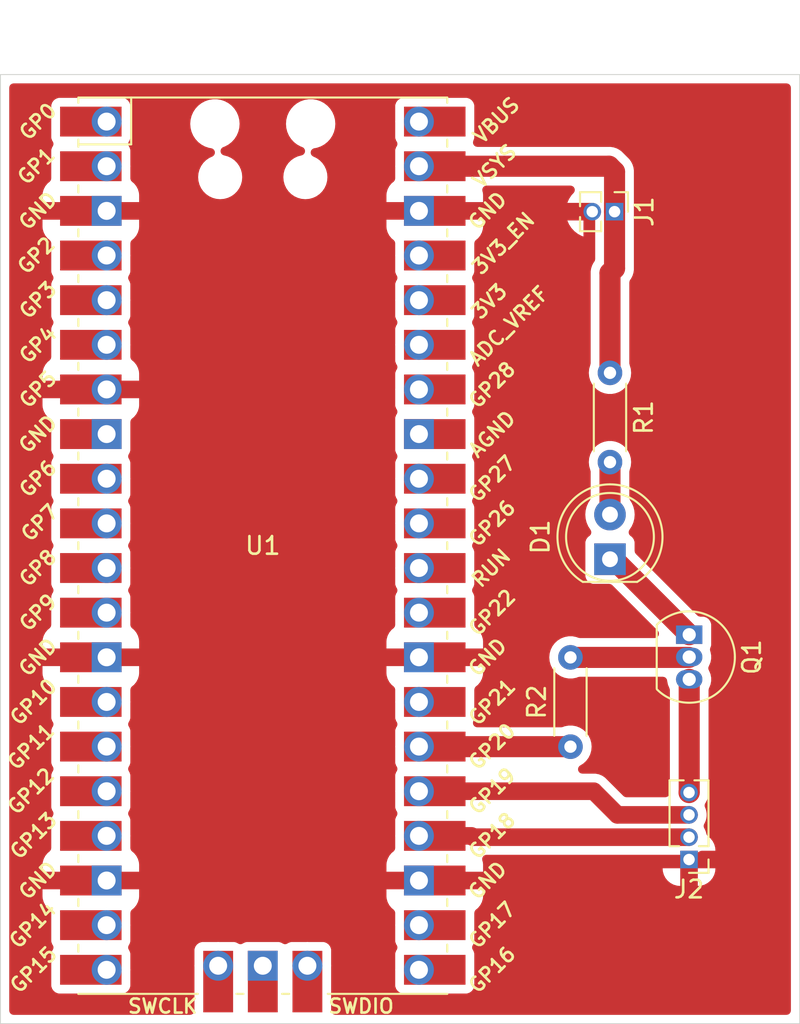
<source format=kicad_pcb>
(kicad_pcb (version 20240108) (generator "pcbnew") (generator_version "8.0")
  (layers (0 "F.Cu" signal) (31 "B.Cu" signal) (34 "B.Paste" user) (35 "F.Paste" user) (36 "B.SilkS" user "B.Silkscreen") (37 "F.SilkS" user "F.Silkscreen") (38 "B.Mask" user) (39 "F.Mask" user) (44 "Edge.Cuts" user))
  (net 0 "")
  (net 1 "LED")
  (net 2 "VCC2")
  (net 3 "GND")
  (net 4 "VCC")
  (net 5 "Net-(D1-A)")
  (net 16 "Echo")
  (net 27 "Triger")
  (net 40 "Net-(Q1-B)")
  (net 41 "GPIO_20")
  (footprint "Resistor_THT:R_Axial_DIN0204_L3.6mm_D1.6mm_P5.08mm_Horizontal" (layer "F.Cu") (at 153.45 82.24 90)
    (property "Reference" "R2" (at 2.54 -1.92 -90) (layer "F.SilkS"))
    (property "Value" "R10k")
    (fp_line (start 0.62 -0.92) (end 4.46 -0.92) (stroke (width 0.12)) (layer "F.SilkS"))
    (fp_line (start 0.62 0.92) (end 4.46 0.92) (stroke (width 0.12)) (layer "F.SilkS"))
    (pad "1" thru_hole circle (at 0 0 90) (size 1.4 1.4) (drill 0.7) (layers "*.Cu" "*.Mask") (net 41 "GPIO_20"))
    (pad "2" thru_hole oval (at 5.08 0 90) (size 1.4 1.4) (drill 0.7) (layers "*.Cu" "*.Mask") (net 40 "Net-(Q1-B)"))
  )
  (footprint "Resistor_THT:R_Axial_DIN0204_L3.6mm_D1.6mm_P5.08mm_Horizontal" (layer "F.Cu") (at 155.7 60.97 -90)
    (property "Reference" "R1" (at 2.54 -1.92 90) (layer "F.SilkS"))
    (property "Value" "R180")
    (fp_line (start 0.62 0.92) (end 4.46 0.92) (stroke (width 0.12)) (layer "F.SilkS"))
    (fp_line (start 0.62 -0.92) (end 4.46 -0.92) (stroke (width 0.12)) (layer "F.SilkS"))
    (pad "1" thru_hole circle (at 0 0 270) (size 1.4 1.4) (drill 0.7) (layers "*.Cu" "*.Mask") (net 4 "VCC"))
    (pad "2" thru_hole oval (at 5.08 0 270) (size 1.4 1.4) (drill 0.7) (layers "*.Cu" "*.Mask") (net 5 "Net-(D1-A)"))
  )
  (footprint "Connector_PinHeader_1.27mm:PinHeader_1x02_P1.27mm_Vertical" (layer "F.Cu") (at 155.96 51.8 -90)
    (property "Reference" "J1" (at 0 -1.695 90) (layer "F.SilkS"))
    (property "Value" "Conn_01x02_Pin")
    (fp_line (start -1.11 1.965) (end -0.30753 1.965) (stroke (width 0.12)) (layer "F.SilkS"))
    (fp_line (start 0.30753 1.965) (end 1.11 1.965) (stroke (width 0.12)) (layer "F.SilkS"))
    (fp_line (start -1.11 0.76) (end -1.11 1.965) (stroke (width 0.12)) (layer "F.SilkS"))
    (fp_line (start -1.11 0.76) (end -0.563471 0.76) (stroke (width 0.12)) (layer "F.SilkS"))
    (fp_line (start 0.563471 0.76) (end 1.11 0.76) (stroke (width 0.12)) (layer "F.SilkS"))
    (fp_line (start 1.11 0.76) (end 1.11 1.965) (stroke (width 0.12)) (layer "F.SilkS"))
    (fp_line (start -1.11 0) (end -1.11 -0.76) (stroke (width 0.12)) (layer "F.SilkS"))
    (fp_line (start -1.11 -0.76) (end 0 -0.76) (stroke (width 0.12)) (layer "F.SilkS"))
    (pad "1" thru_hole rect (at 0 0 270) (size 1 1) (drill 0.65) (layers "*.Cu" "*.Mask") (net 4 "VCC"))
    (pad "2" thru_hole oval (at 0 1.27 270) (size 1 1) (drill 0.65) (layers "*.Cu" "*.Mask") (net 3 "GND"))
  )
  (footprint "Connector_PinHeader_1.27mm:PinHeader_1x04_P1.27mm_Vertical" (layer "F.Cu") (at 160.2 88.66 180)
    (property "Reference" "J2" (at 0 -1.695 180) (layer "F.SilkS"))
    (property "Value" "Conn_01x04_Pin")
    (fp_line (start 1.11 0.76) (end 1.11 4.505) (stroke (width 0.12)) (layer "F.SilkS"))
    (fp_line (start 0.563471 0.76) (end 1.11 0.76) (stroke (width 0.12)) (layer "F.SilkS"))
    (fp_line (start 0.30753 4.505) (end 1.11 4.505) (stroke (width 0.12)) (layer "F.SilkS"))
    (fp_line (start -1.11 4.505) (end -0.30753 4.505) (stroke (width 0.12)) (layer "F.SilkS"))
    (fp_line (start -1.11 0.76) (end -0.563471 0.76) (stroke (width 0.12)) (layer "F.SilkS"))
    (fp_line (start -1.11 0.76) (end -1.11 4.505) (stroke (width 0.12)) (layer "F.SilkS"))
    (fp_line (start -1.11 0) (end -1.11 -0.76) (stroke (width 0.12)) (layer "F.SilkS"))
    (fp_line (start -1.11 -0.76) (end 0 -0.76) (stroke (width 0.12)) (layer "F.SilkS"))
    (pad "1" thru_hole rect (at 0 0 180) (size 1 1) (drill 0.65) (layers "*.Cu" "*.Mask") (net 3 "GND"))
    (pad "2" thru_hole oval (at 0 1.27 180) (size 1 1) (drill 0.65) (layers "*.Cu" "*.Mask") (net 27 "Triger"))
    (pad "3" thru_hole oval (at 0 2.54 180) (size 1 1) (drill 0.65) (layers "*.Cu" "*.Mask") (net 16 "Echo"))
    (pad "4" thru_hole oval (at 0 3.81 180) (size 1 1) (drill 0.65) (layers "*.Cu" "*.Mask") (net 2 "VCC2"))
  )
  (footprint "Package_TO_SOT_THT:TO-92_Inline" (layer "F.Cu") (at 160.21 75.87 -90)
    (property "Reference" "Q1" (at 1.27 -3.56 90) (layer "F.SilkS"))
    (property "Value" "BC548")
    (fp_line (start -0.53 1.85) (end 3.07 1.85) (stroke (width 0.12)) (layer "F.SilkS"))
    (fp_arc (start -0.568478 1.838478) (mid -1.132087 -0.994977) (end 1.27 -2.6) (stroke (width 0.12)) (layer "F.SilkS"))
    (fp_arc (start 1.27 -2.6) (mid 3.672087 -0.994977) (end 3.108478 1.838478) (stroke (width 0.12)) (layer "F.SilkS"))
    (pad "1" thru_hole rect (at 0 0 270) (size 1.05 1.5) (drill 0.75) (layers "*.Cu" "*.Mask") (net 1 "LED"))
    (pad "2" thru_hole oval (at 1.27 0 270) (size 1.05 1.5) (drill 0.75) (layers "*.Cu" "*.Mask") (net 40 "Net-(Q1-B)"))
    (pad "3" thru_hole oval (at 2.54 0 270) (size 1.05 1.5) (drill 0.75) (layers "*.Cu" "*.Mask") (net 2 "VCC2"))
  )
  (footprint "MCU_RaspberryPi_and_Boards:RPi_Pico_SMD_TH" (layer "F.Cu") (at 135.935 70.805)
    (property "Reference" "U1" (at 0 0 0) (layer "F.SilkS"))
    (property "Value" "Pico")
    (fp_line (start -10.5 -25.5) (end -10.5 -25.2) (stroke (width 0.12)) (layer "F.SilkS"))
    (fp_line (start -10.5 -25.5) (end 10.5 -25.5) (stroke (width 0.12)) (layer "F.SilkS"))
    (fp_line (start -10.5 -23.1) (end -10.5 -22.7) (stroke (width 0.12)) (layer "F.SilkS"))
    (fp_line (start -10.5 -22.833) (end -7.493 -22.833) (stroke (width 0.12)) (layer "F.SilkS"))
    (fp_line (start -10.5 -20.5) (end -10.5 -20.1) (stroke (width 0.12)) (layer "F.SilkS"))
    (fp_line (start -10.5 -18) (end -10.5 -17.6) (stroke (width 0.12)) (layer "F.SilkS"))
    (fp_line (start -10.5 -15.4) (end -10.5 -15) (stroke (width 0.12)) (layer "F.SilkS"))
    (fp_line (start -10.5 -12.9) (end -10.5 -12.5) (stroke (width 0.12)) (layer "F.SilkS"))
    (fp_line (start -10.5 -10.4) (end -10.5 -10) (stroke (width 0.12)) (layer "F.SilkS"))
    (fp_line (start -10.5 -7.8) (end -10.5 -7.4) (stroke (width 0.12)) (layer "F.SilkS"))
    (fp_line (start -10.5 -5.3) (end -10.5 -4.9) (stroke (width 0.12)) (layer "F.SilkS"))
    (fp_line (start -10.5 -2.7) (end -10.5 -2.3) (stroke (width 0.12)) (layer "F.SilkS"))
    (fp_line (start -10.5 -0.2) (end -10.5 0.2) (stroke (width 0.12)) (layer "F.SilkS"))
    (fp_line (start -10.5 2.3) (end -10.5 2.7) (stroke (width 0.12)) (layer "F.SilkS"))
    (fp_line (start -10.5 4.9) (end -10.5 5.3) (stroke (width 0.12)) (layer "F.SilkS"))
    (fp_line (start -10.5 7.4) (end -10.5 7.8) (stroke (width 0.12)) (layer "F.SilkS"))
    (fp_line (start -10.5 10) (end -10.5 10.4) (stroke (width 0.12)) (layer "F.SilkS"))
    (fp_line (start -10.5 12.5) (end -10.5 12.9) (stroke (width 0.12)) (layer "F.SilkS"))
    (fp_line (start -10.5 15.1) (end -10.5 15.5) (stroke (width 0.12)) (layer "F.SilkS"))
    (fp_line (start -10.5 17.6) (end -10.5 18) (stroke (width 0.12)) (layer "F.SilkS"))
    (fp_line (start -10.5 20.1) (end -10.5 20.5) (stroke (width 0.12)) (layer "F.SilkS"))
    (fp_line (start -10.5 22.7) (end -10.5 23.1) (stroke (width 0.12)) (layer "F.SilkS"))
    (fp_line (start -7.493 -22.833) (end -7.493 -25.5) (stroke (width 0.12)) (layer "F.SilkS"))
    (fp_line (start -3.7 25.5) (end -10.5 25.5) (stroke (width 0.12)) (layer "F.SilkS"))
    (fp_line (start -1.5 25.5) (end -1.1 25.5) (stroke (width 0.12)) (layer "F.SilkS"))
    (fp_line (start 1.1 25.5) (end 1.5 25.5) (stroke (width 0.12)) (layer "F.SilkS"))
    (fp_line (start 10.5 -25.5) (end 10.5 -25.2) (stroke (width 0.12)) (layer "F.SilkS"))
    (fp_line (start 10.5 -23.1) (end 10.5 -22.7) (stroke (width 0.12)) (layer "F.SilkS"))
    (fp_line (start 10.5 -20.5) (end 10.5 -20.1) (stroke (width 0.12)) (layer "F.SilkS"))
    (fp_line (start 10.5 -18) (end 10.5 -17.6) (stroke (width 0.12)) (layer "F.SilkS"))
    (fp_line (start 10.5 -15.4) (end 10.5 -15) (stroke (width 0.12)) (layer "F.SilkS"))
    (fp_line (start 10.5 -12.9) (end 10.5 -12.5) (stroke (width 0.12)) (layer "F.SilkS"))
    (fp_line (start 10.5 -10.4) (end 10.5 -10) (stroke (width 0.12)) (layer "F.SilkS"))
    (fp_line (start 10.5 -7.8) (end 10.5 -7.4) (stroke (width 0.12)) (layer "F.SilkS"))
    (fp_line (start 10.5 -5.3) (end 10.5 -4.9) (stroke (width 0.12)) (layer "F.SilkS"))
    (fp_line (start 10.5 -2.7) (end 10.5 -2.3) (stroke (width 0.12)) (layer "F.SilkS"))
    (fp_line (start 10.5 -0.2) (end 10.5 0.2) (stroke (width 0.12)) (layer "F.SilkS"))
    (fp_line (start 10.5 2.3) (end 10.5 2.7) (stroke (width 0.12)) (layer "F.SilkS"))
    (fp_line (start 10.5 4.9) (end 10.5 5.3) (stroke (width 0.12)) (layer "F.SilkS"))
    (fp_line (start 10.5 7.4) (end 10.5 7.8) (stroke (width 0.12)) (layer "F.SilkS"))
    (fp_line (start 10.5 10) (end 10.5 10.4) (stroke (width 0.12)) (layer "F.SilkS"))
    (fp_line (start 10.5 12.5) (end 10.5 12.9) (stroke (width 0.12)) (layer "F.SilkS"))
    (fp_line (start 10.5 15.1) (end 10.5 15.5) (stroke (width 0.12)) (layer "F.SilkS"))
    (fp_line (start 10.5 17.6) (end 10.5 18) (stroke (width 0.12)) (layer "F.SilkS"))
    (fp_line (start 10.5 20.1) (end 10.5 20.5) (stroke (width 0.12)) (layer "F.SilkS"))
    (fp_line (start 10.5 22.7) (end 10.5 23.1) (stroke (width 0.12)) (layer "F.SilkS"))
    (fp_line (start 10.5 25.5) (end 3.7 25.5) (stroke (width 0.12)) (layer "F.SilkS"))
    (fp_text user "GP17" (at 13.054 21.59 45) (layer "F.SilkS") (effects (font (size 0.8 0.8))))
    (fp_text user "3V3_EN" (at 13.7 -17.2 45) (layer "F.SilkS") (effects (font (size 0.8 0.8))))
    (fp_text user "GP0" (at -12.8 -24.13 45) (layer "F.SilkS") (effects (font (size 0.8 0.8))))
    (fp_text user "VBUS" (at 13.3 -24.2 45) (layer "F.SilkS") (effects (font (size 0.8 0.8))))
    (fp_text user "GP9" (at -12.8 3.81 45) (layer "F.SilkS") (effects (font (size 0.8 0.8))))
    (fp_text user "GP20" (at 13.054 11.43 45) (layer "F.SilkS") (effects (font (size 0.8 0.8))))
    (fp_text user "GP21" (at 13.054 8.9 45) (layer "F.SilkS") (effects (font (size 0.8 0.8))))
    (fp_text user "ADC_VREF" (at 14 -12.5 45) (layer "F.SilkS") (effects (font (size 0.8 0.8))))
    (fp_text user "GP22" (at 13.054 3.81 45) (layer "F.SilkS") (effects (font (size 0.8 0.8))))
    (fp_text user "GP27" (at 13.054 -3.8 45) (layer "F.SilkS") (effects (font (size 0.8 0.8))))
    (fp_text user "GND" (at 12.8 6.35 45) (layer "F.SilkS") (effects (font (size 0.8 0.8))))
    (fp_text user "VSYS" (at 13.2 -21.59 45) (layer "F.SilkS") (effects (font (size 0.8 0.8))))
    (fp_text user "GP1" (at -12.9 -21.6 45) (layer "F.SilkS") (effects (font (size 0.8 0.8))))
    (fp_text user "GND" (at -12.8 19.05 45) (layer "F.SilkS") (effects (font (size 0.8 0.8))))
    (fp_text user "GP3" (at -12.8 -13.97 45) (layer "F.SilkS") (effects (font (size 0.8 0.8))))
    (fp_text user "GP16" (at 13.054 24.13 45) (layer "F.SilkS") (effects (font (size 0.8 0.8))))
    (fp_text user "RUN" (at 13 1.27 45) (layer "F.SilkS") (effects (font (size 0.8 0.8))))
    (fp_text user "GP11" (at -13.2 11.43 45) (layer "F.SilkS") (effects (font (size 0.8 0.8))))
    (fp_text user "GND" (at -12.8 -19.05 45) (layer "F.SilkS") (effects (font (size 0.8 0.8))))
    (fp_text user "SWDIO" (at 5.6 26.2 0) (layer "F.SilkS") (effects (font (size 0.8 0.8))))
    (fp_text user "GP26" (at 13.054 -1.27 45) (layer "F.SilkS") (effects (font (size 0.8 0.8))))
    (fp_text user "GP6" (at -12.8 -3.81 45) (layer "F.SilkS") (effects (font (size 0.8 0.8))))
    (fp_text user "GP12" (at -13.2 13.97 45) (layer "F.SilkS") (effects (font (size 0.8 0.8))))
    (fp_text user "GP5" (at -12.8 -8.89 45) (layer "F.SilkS") (effects (font (size 0.8 0.8))))
    (fp_text user "3V3" (at 12.9 -13.9 45) (layer "F.SilkS") (effects (font (size 0.8 0.8))))
    (fp_text user "SWCLK" (at -5.7 26.2 0) (layer "F.SilkS") (effects (font (size 0.8 0.8))))
    (fp_text user "AGND" (at 13.054 -6.35 45) (layer "F.SilkS") (effects (font (size 0.8 0.8))))
    (fp_text user "GP7" (at -12.7 -1.3 45) (layer "F.SilkS") (effects (font (size 0.8 0.8))))
    (fp_text user "GP28" (at 13.054 -9.144 45) (layer "F.SilkS") (effects (font (size 0.8 0.8))))
    (fp_text user "GND" (at -12.8 6.35 45) (layer "F.SilkS") (effects (font (size 0.8 0.8))))
    (fp_text user "GP15" (at -13.054 24.13 45) (layer "F.SilkS") (effects (font (size 0.8 0.8))))
    (fp_text user "GP2" (at -12.9 -16.51 45) (layer "F.SilkS") (effects (font (size 0.8 0.8))))
    (fp_text user "GND" (at 12.8 -19.05 45) (layer "F.SilkS") (effects (font (size 0.8 0.8))))
    (fp_text user "GP4" (at -12.8 -11.43 45) (layer "F.SilkS") (effects (font (size 0.8 0.8))))
    (fp_text user "GP10" (at -13.054 8.89 45) (layer "F.SilkS") (effects (font (size 0.8 0.8))))
    (fp_text user "GND" (at 12.8 19.05 45) (layer "F.SilkS") (effects (font (size 0.8 0.8))))
    (fp_text user "GP19" (at 13.054 13.97 45) (layer "F.SilkS") (effects (font (size 0.8 0.8))))
    (fp_text user "GP13" (at -13.054 16.51 45) (layer "F.SilkS") (effects (font (size 0.8 0.8))))
    (fp_text user "GND" (at -12.8 -6.35 45) (layer "F.SilkS") (effects (font (size 0.8 0.8))))
    (fp_text user "GP14" (at -13.1 21.59 45) (layer "F.SilkS") (effects (font (size 0.8 0.8))))
    (fp_text user "GP18" (at 13.054 16.51 45) (layer "F.SilkS") (effects (font (size 0.8 0.8))))
    (fp_text user "GP8" (at -12.8 1.27 45) (layer "F.SilkS") (effects (font (size 0.8 0.8))))
    (pad "" np_thru_hole oval (at -2.725 -24) (size 1.8 1.8) (drill 1.8) (layers "*.Cu" "*.Mask"))
    (pad "" np_thru_hole oval (at -2.425 -20.97) (size 1.5 1.5) (drill 1.5) (layers "*.Cu" "*.Mask"))
    (pad "" np_thru_hole oval (at 2.425 -20.97) (size 1.5 1.5) (drill 1.5) (layers "*.Cu" "*.Mask"))
    (pad "" np_thru_hole oval (at 2.725 -24) (size 1.8 1.8) (drill 1.8) (layers "*.Cu" "*.Mask"))
    (pad "1" thru_hole oval (at -8.89 -24.13) (size 1.7 1.7) (drill 1.02) (layers "*.Cu" "*.Mask"))
    (pad "1" smd rect (at -8.89 -24.13) (size 3.5 1.7) (drill (offset -0.9 0)) (layers "F.Cu" "F.Mask"))
    (pad "2" thru_hole oval (at -8.89 -21.59) (size 1.7 1.7) (drill 1.02) (layers "*.Cu" "*.Mask"))
    (pad "2" smd rect (at -8.89 -21.59) (size 3.5 1.7) (drill (offset -0.9 0)) (layers "F.Cu" "F.Mask"))
    (pad "3" thru_hole rect (at -8.89 -19.05) (size 1.7 1.7) (drill 1.02) (layers "*.Cu" "*.Mask") (net 3 "GND"))
    (pad "3" smd rect (at -8.89 -19.05) (size 3.5 1.7) (drill (offset -0.9 0)) (layers "F.Cu" "F.Mask") (net 3 "GND"))
    (pad "4" thru_hole oval (at -8.89 -16.51) (size 1.7 1.7) (drill 1.02) (layers "*.Cu" "*.Mask"))
    (pad "4" smd rect (at -8.89 -16.51) (size 3.5 1.7) (drill (offset -0.9 0)) (layers "F.Cu" "F.Mask"))
    (pad "5" thru_hole oval (at -8.89 -13.97) (size 1.7 1.7) (drill 1.02) (layers "*.Cu" "*.Mask"))
    (pad "5" smd rect (at -8.89 -13.97) (size 3.5 1.7) (drill (offset -0.9 0)) (layers "F.Cu" "F.Mask"))
    (pad "6" thru_hole oval (at -8.89 -11.43) (size 1.7 1.7) (drill 1.02) (layers "*.Cu" "*.Mask"))
    (pad "6" smd rect (at -8.89 -11.43) (size 3.5 1.7) (drill (offset -0.9 0)) (layers "F.Cu" "F.Mask"))
    (pad "7" thru_hole oval (at -8.89 -8.89) (size 1.7 1.7) (drill 1.02) (layers "*.Cu" "*.Mask") (net 3 "GND"))
    (pad "7" smd rect (at -8.89 -8.89) (size 3.5 1.7) (drill (offset -0.9 0)) (layers "F.Cu" "F.Mask") (net 3 "GND"))
    (pad "8" thru_hole rect (at -8.89 -6.35) (size 1.7 1.7) (drill 1.02) (layers "*.Cu" "*.Mask"))
    (pad "8" smd rect (at -8.89 -6.35) (size 3.5 1.7) (drill (offset -0.9 0)) (layers "F.Cu" "F.Mask"))
    (pad "9" thru_hole oval (at -8.89 -3.81) (size 1.7 1.7) (drill 1.02) (layers "*.Cu" "*.Mask"))
    (pad "9" smd rect (at -8.89 -3.81) (size 3.5 1.7) (drill (offset -0.9 0)) (layers "F.Cu" "F.Mask"))
    (pad "10" thru_hole oval (at -8.89 -1.27) (size 1.7 1.7) (drill 1.02) (layers "*.Cu" "*.Mask"))
    (pad "10" smd rect (at -8.89 -1.27) (size 3.5 1.7) (drill (offset -0.9 0)) (layers "F.Cu" "F.Mask"))
    (pad "11" thru_hole oval (at -8.89 1.27) (size 1.7 1.7) (drill 1.02) (layers "*.Cu" "*.Mask"))
    (pad "11" smd rect (at -8.89 1.27) (size 3.5 1.7) (drill (offset -0.9 0)) (layers "F.Cu" "F.Mask"))
    (pad "12" thru_hole oval (at -8.89 3.81) (size 1.7 1.7) (drill 1.02) (layers "*.Cu" "*.Mask"))
    (pad "12" smd rect (at -8.89 3.81) (size 3.5 1.7) (drill (offset -0.9 0)) (layers "F.Cu" "F.Mask"))
    (pad "13" thru_hole rect (at -8.89 6.35) (size 1.7 1.7) (drill 1.02) (layers "*.Cu" "*.Mask") (net 3 "GND"))
    (pad "13" smd rect (at -8.89 6.35) (size 3.5 1.7) (drill (offset -0.9 0)) (layers "F.Cu" "F.Mask") (net 3 "GND"))
    (pad "14" thru_hole oval (at -8.89 8.89) (size 1.7 1.7) (drill 1.02) (layers "*.Cu" "*.Mask"))
    (pad "14" smd rect (at -8.89 8.89) (size 3.5 1.7) (drill (offset -0.9 0)) (layers "F.Cu" "F.Mask"))
    (pad "15" thru_hole oval (at -8.89 11.43) (size 1.7 1.7) (drill 1.02) (layers "*.Cu" "*.Mask"))
    (pad "15" smd rect (at -8.89 11.43) (size 3.5 1.7) (drill (offset -0.9 0)) (layers "F.Cu" "F.Mask"))
    (pad "16" thru_hole oval (at -8.89 13.97) (size 1.7 1.7) (drill 1.02) (layers "*.Cu" "*.Mask"))
    (pad "16" smd rect (at -8.89 13.97) (size 3.5 1.7) (drill (offset -0.9 0)) (layers "F.Cu" "F.Mask"))
    (pad "17" thru_hole oval (at -8.89 16.51) (size 1.7 1.7) (drill 1.02) (layers "*.Cu" "*.Mask"))
    (pad "17" smd rect (at -8.89 16.51) (size 3.5 1.7) (drill (offset -0.9 0)) (layers "F.Cu" "F.Mask"))
    (pad "18" thru_hole rect (at -8.89 19.05) (size 1.7 1.7) (drill 1.02) (layers "*.Cu" "*.Mask") (net 3 "GND"))
    (pad "18" smd rect (at -8.89 19.05) (size 3.5 1.7) (drill (offset -0.9 0)) (layers "F.Cu" "F.Mask") (net 3 "GND"))
    (pad "19" thru_hole oval (at -8.89 21.59) (size 1.7 1.7) (drill 1.02) (layers "*.Cu" "*.Mask"))
    (pad "19" smd rect (at -8.89 21.59) (size 3.5 1.7) (drill (offset -0.9 0)) (layers "F.Cu" "F.Mask"))
    (pad "20" thru_hole oval (at -8.89 24.13) (size 1.7 1.7) (drill 1.02) (layers "*.Cu" "*.Mask"))
    (pad "20" smd rect (at -8.89 24.13) (size 3.5 1.7) (drill (offset -0.9 0)) (layers "F.Cu" "F.Mask"))
    (pad "21" thru_hole oval (at 8.89 24.13) (size 1.7 1.7) (drill 1.02) (layers "*.Cu" "*.Mask"))
    (pad "21" smd rect (at 8.89 24.13) (size 3.5 1.7) (drill (offset 0.9 0)) (layers "F.Cu" "F.Mask"))
    (pad "22" thru_hole oval (at 8.89 21.59) (size 1.7 1.7) (drill 1.02) (layers "*.Cu" "*.Mask"))
    (pad "22" smd rect (at 8.89 21.59) (size 3.5 1.7) (drill (offset 0.9 0)) (layers "F.Cu" "F.Mask"))
    (pad "23" thru_hole rect (at 8.89 19.05) (size 1.7 1.7) (drill 1.02) (layers "*.Cu" "*.Mask") (net 3 "GND"))
    (pad "23" smd rect (at 8.89 19.05) (size 3.5 1.7) (drill (offset 0.9 0)) (layers "F.Cu" "F.Mask") (net 3 "GND"))
    (pad "24" thru_hole oval (at 8.89 16.51) (size 1.7 1.7) (drill 1.02) (layers "*.Cu" "*.Mask") (net 27 "Triger"))
    (pad "24" smd rect (at 8.89 16.51) (size 3.5 1.7) (drill (offset 0.9 0)) (layers "F.Cu" "F.Mask") (net 27 "Triger"))
    (pad "25" thru_hole oval (at 8.89 13.97) (size 1.7 1.7) (drill 1.02) (layers "*.Cu" "*.Mask") (net 16 "Echo"))
    (pad "25" smd rect (at 8.89 13.97) (size 3.5 1.7) (drill (offset 0.9 0)) (layers "F.Cu" "F.Mask") (net 16 "Echo"))
    (pad "26" thru_hole oval (at 8.89 11.43) (size 1.7 1.7) (drill 1.02) (layers "*.Cu" "*.Mask") (net 41 "GPIO_20"))
    (pad "26" smd rect (at 8.89 11.43) (size 3.5 1.7) (drill (offset 0.9 0)) (layers "F.Cu" "F.Mask") (net 41 "GPIO_20"))
    (pad "27" thru_hole oval (at 8.89 8.89) (size 1.7 1.7) (drill 1.02) (layers "*.Cu" "*.Mask"))
    (pad "27" smd rect (at 8.89 8.89) (size 3.5 1.7) (drill (offset 0.9 0)) (layers "F.Cu" "F.Mask"))
    (pad "28" thru_hole rect (at 8.89 6.35) (size 1.7 1.7) (drill 1.02) (layers "*.Cu" "*.Mask") (net 3 "GND"))
    (pad "28" smd rect (at 8.89 6.35) (size 3.5 1.7) (drill (offset 0.9 0)) (layers "F.Cu" "F.Mask") (net 3 "GND"))
    (pad "29" thru_hole oval (at 8.89 3.81) (size 1.7 1.7) (drill 1.02) (layers "*.Cu" "*.Mask"))
    (pad "29" smd rect (at 8.89 3.81) (size 3.5 1.7) (drill (offset 0.9 0)) (layers "F.Cu" "F.Mask"))
    (pad "30" thru_hole oval (at 8.89 1.27) (size 1.7 1.7) (drill 1.02) (layers "*.Cu" "*.Mask"))
    (pad "30" smd rect (at 8.89 1.27) (size 3.5 1.7) (drill (offset 0.9 0)) (layers "F.Cu" "F.Mask"))
    (pad "31" thru_hole oval (at 8.89 -1.27) (size 1.7 1.7) (drill 1.02) (layers "*.Cu" "*.Mask"))
    (pad "31" smd rect (at 8.89 -1.27) (size 3.5 1.7) (drill (offset 0.9 0)) (layers "F.Cu" "F.Mask"))
    (pad "32" thru_hole oval (at 8.89 -3.81) (size 1.7 1.7) (drill 1.02) (layers "*.Cu" "*.Mask"))
    (pad "32" smd rect (at 8.89 -3.81) (size 3.5 1.7) (drill (offset 0.9 0)) (layers "F.Cu" "F.Mask"))
    (pad "33" thru_hole rect (at 8.89 -6.35) (size 1.7 1.7) (drill 1.02) (layers "*.Cu" "*.Mask"))
    (pad "33" smd rect (at 8.89 -6.35) (size 3.5 1.7) (drill (offset 0.9 0)) (layers "F.Cu" "F.Mask"))
    (pad "34" thru_hole oval (at 8.89 -8.89) (size 1.7 1.7) (drill 1.02) (layers "*.Cu" "*.Mask"))
    (pad "34" smd rect (at 8.89 -8.89) (size 3.5 1.7) (drill (offset 0.9 0)) (layers "F.Cu" "F.Mask"))
    (pad "35" thru_hole oval (at 8.89 -11.43) (size 1.7 1.7) (drill 1.02) (layers "*.Cu" "*.Mask"))
    (pad "35" smd rect (at 8.89 -11.43) (size 3.5 1.7) (drill (offset 0.9 0)) (layers "F.Cu" "F.Mask"))
    (pad "36" thru_hole oval (at 8.89 -13.97) (size 1.7 1.7) (drill 1.02) (layers "*.Cu" "*.Mask"))
    (pad "36" smd rect (at 8.89 -13.97) (size 3.5 1.7) (drill (offset 0.9 0)) (layers "F.Cu" "F.Mask"))
    (pad "37" thru_hole oval (at 8.89 -16.51) (size 1.7 1.7) (drill 1.02) (layers "*.Cu" "*.Mask"))
    (pad "37" smd rect (at 8.89 -16.51) (size 3.5 1.7) (drill (offset 0.9 0)) (layers "F.Cu" "F.Mask"))
    (pad "38" thru_hole rect (at 8.89 -19.05) (size 1.7 1.7) (drill 1.02) (layers "*.Cu" "*.Mask") (net 3 "GND"))
    (pad "38" smd rect (at 8.89 -19.05) (size 3.5 1.7) (drill (offset 0.9 0)) (layers "F.Cu" "F.Mask") (net 3 "GND"))
    (pad "39" thru_hole oval (at 8.89 -21.59) (size 1.7 1.7) (drill 1.02) (layers "*.Cu" "*.Mask") (net 4 "VCC"))
    (pad "39" smd rect (at 8.89 -21.59) (size 3.5 1.7) (drill (offset 0.9 0)) (layers "F.Cu" "F.Mask") (net 4 "VCC"))
    (pad "40" thru_hole oval (at 8.89 -24.13) (size 1.7 1.7) (drill 1.02) (layers "*.Cu" "*.Mask"))
    (pad "40" smd rect (at 8.89 -24.13) (size 3.5 1.7) (drill (offset 0.9 0)) (layers "F.Cu" "F.Mask"))
    (pad "41" thru_hole oval (at -2.54 23.9) (size 1.7 1.7) (drill 1.02) (layers "*.Cu" "*.Mask"))
    (pad "41" smd rect (at -2.54 23.9 90) (size 3.5 1.7) (drill (offset -0.9 0)) (layers "F.Cu" "F.Mask"))
    (pad "42" thru_hole rect (at 0 23.9) (size 1.7 1.7) (drill 1.02) (layers "*.Cu" "*.Mask"))
    (pad "42" smd rect (at 0 23.9 90) (size 3.5 1.7) (drill (offset -0.9 0)) (layers "F.Cu" "F.Mask"))
    (pad "43" thru_hole oval (at 2.54 23.9) (size 1.7 1.7) (drill 1.02) (layers "*.Cu" "*.Mask"))
    (pad "43" smd rect (at 2.54 23.9 90) (size 3.5 1.7) (drill (offset -0.9 0)) (layers "F.Cu" "F.Mask"))
  )
  (footprint "LED_THT:LED_D5.0mm_Clear" (layer "F.Cu") (at 155.7 71.575 90)
    (property "Reference" "D1" (at 1.27 -3.96 -90) (layer "F.SilkS"))
    (property "Value" "LED")
    (fp_line (start -1.29 -1.545) (end -1.29 1.545) (stroke (width 0.12)) (layer "F.SilkS"))
    (fp_arc (start -1.29 -1.54483) (mid 2.072002 -2.880433) (end 4.26 0.000462) (stroke (width 0.12)) (layer "F.SilkS"))
    (fp_arc (start 4.26 -0.000462) (mid 2.072002 2.880433) (end -1.29 1.54483) (stroke (width 0.12)) (layer "F.SilkS"))
    (fp_circle (center 1.27 0) (end 3.77 0) (stroke (width 0.12)) (fill none) (layer "F.SilkS"))
    (pad "1" thru_hole rect (at 0 0 90) (size 1.8 1.8) (drill 0.9) (layers "*.Cu" "*.Mask") (net 1 "LED"))
    (pad "2" thru_hole circle (at 2.54 0 90) (size 1.8 1.8) (drill 0.9) (layers "*.Cu" "*.Mask") (net 5 "Net-(D1-A)"))
  )
  (gr_rect (start 121 44) (end 166.5 98) (stroke (width 0.05)) (fill none) (layer "Edge.Cuts"))
  (segment (start 155.7 71.575) (end 155.915 71.575) (width 1.2) (layer "F.Cu") (net 1))
  (segment (start 155.915 71.575) (end 160.21 75.87) (width 1.2) (layer "F.Cu") (net 1))
  (segment (start 160.21 78.41) (end 160.21 84.84) (width 1.2) (layer "F.Cu") (net 2))
  (segment (start 160.21 84.84) (end 160.2 84.85) (width 1.2) (layer "F.Cu") (net 2))
  (segment (start 155.7 55.29) (end 155.96 55.03) (width 1.2) (layer "F.Cu") (net 4))
  (segment (start 155.96 51.8) (end 155.96 49.53) (width 1.2) (layer "F.Cu") (net 4))
  (segment (start 155.7 60.97) (end 155.7 55.29) (width 1.2) (layer "F.Cu") (net 4))
  (segment (start 155.96 49.53) (end 155.645 49.215) (width 1.2) (layer "F.Cu") (net 4))
  (segment (start 155.645 49.215) (end 144.825 49.215) (width 1.2) (layer "F.Cu") (net 4))
  (segment (start 155.96 55.03) (end 155.96 51.8) (width 1.2) (layer "F.Cu") (net 4))
  (segment (start 155.7 69.035) (end 155.7 66.05) (width 1.2) (layer "F.Cu") (net 5))
  (segment (start 154.775 84.775) (end 156.12 86.12) (width 1) (layer "F.Cu") (net 16))
  (segment (start 156.12 86.12) (end 160.2 86.12) (width 1) (layer "F.Cu") (net 16))
  (segment (start 144.825 84.775) (end 154.775 84.775) (width 1) (layer "F.Cu") (net 16))
  (segment (start 144.825 87.315) (end 147.815 87.315) (width 1) (layer "F.Cu") (net 27))
  (segment (start 147.89 87.39) (end 160.2 87.39) (width 1) (layer "F.Cu") (net 27))
  (segment (start 147.815 87.315) (end 147.89 87.39) (width 0.2) (layer "F.Cu") (net 27))
  (segment (start 160.19 77.16) (end 160.21 77.14) (width 0.2) (layer "F.Cu") (net 40))
  (segment (start 153.46 77.15) (end 153.45 77.16) (width 0.2) (layer "F.Cu") (net 40))
  (segment (start 153.45 77.16) (end 160.19 77.16) (width 1.2) (layer "F.Cu") (net 40))
  (segment (start 153.45 82.24) (end 144.83 82.24) (width 1.2) (layer "F.Cu") (net 41))
  (segment (start 144.83 82.24) (end 144.825 82.235) (width 0.2) (layer "F.Cu") (net 41))
  (zone (net 3) (net_name "GND") (layer "F.Cu") (connect_pads (clearance 0.5)) (min_thickness 0.5) (fill yes (thermal_gap 1) (thermal_bridge_width 1))
    (polygon (pts (xy 166.5 98) (xy 121 98) (xy 121 44) (xy 166.5 44)))
  )
)
</source>
